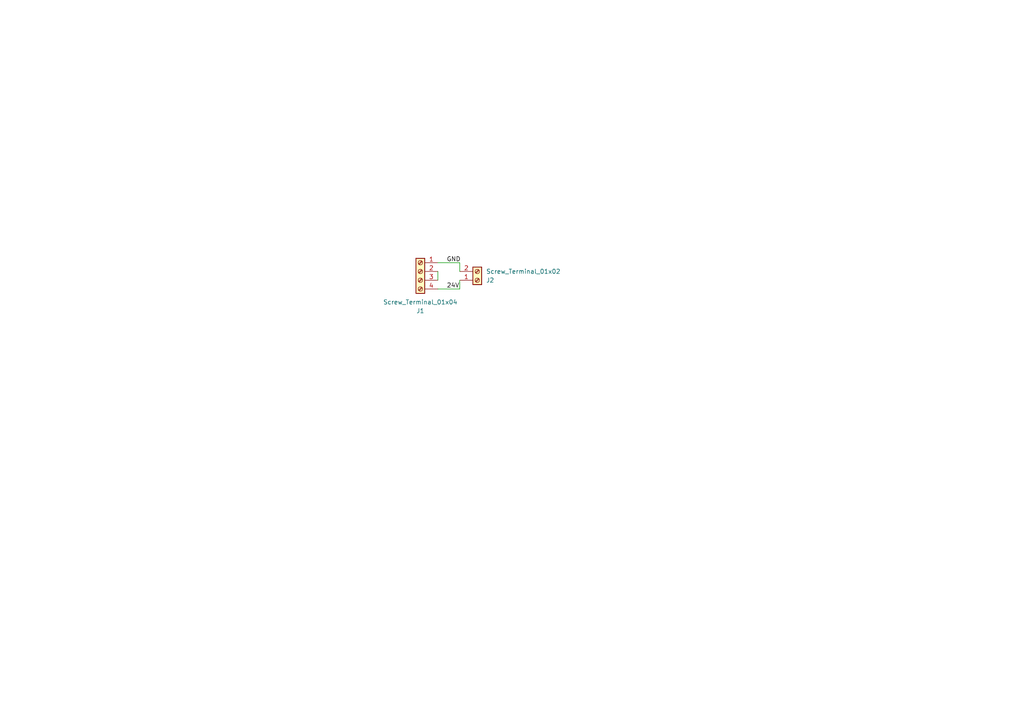
<source format=kicad_sch>
(kicad_sch (version 20231120) (generator "eeschema") (generator_version "8.0")
  (paper "A4")
  (lib_symbols
    (symbol "Connector:Screw_Terminal_01x02" (pin_names (offset 1.016) hide)
      (property "Reference" "J" (at 0 2.54 0))
      (property "Value" "Screw_Terminal_01x02" (at 0 -5.08 0))
      (symbol "Screw_Terminal_01x02_1_1"
        (rectangle (start -1.27 1.27) (end 1.27 -3.81) (stroke (width 0.254)) (fill (type background)))
        (circle (center 0 -2.54) (radius 0.635) (stroke (width 0.1524)))
        (polyline (pts (xy -0.5334 -2.2098) (xy 0.3302 -3.048)) (stroke (width 0.1524)))
        (polyline (pts (xy -0.5334 0.3302) (xy 0.3302 -0.508)) (stroke (width 0.1524)))
        (polyline (pts (xy -0.3556 -2.032) (xy 0.508 -2.8702)) (stroke (width 0.1524)))
        (polyline (pts (xy -0.3556 0.508) (xy 0.508 -0.3302)) (stroke (width 0.1524)))
        (circle (center 0 0) (radius 0.635) (stroke (width 0.1524)))
        (pin passive line (at -5.08 0 0) (length 3.81) (name "Pin_1") (number "1"))
        (pin passive line (at -5.08 -2.54 0) (length 3.81) (name "Pin_2") (number "2"))
      )
    )
    (symbol "Connector:Screw_Terminal_01x04" (pin_names (offset 1.016) hide)
      (property "Reference" "J" (at 0 5.08 0))
      (property "Value" "Screw_Terminal_01x04" (at 0 -7.62 0))
      (symbol "Screw_Terminal_01x04_1_1"
        (rectangle (start -1.27 3.81) (end 1.27 -6.35) (stroke (width 0.254)) (fill (type background)))
        (circle (center 0 -5.08) (radius 0.635) (stroke (width 0.1524)))
        (circle (center 0 -2.54) (radius 0.635) (stroke (width 0.1524)))
        (polyline (pts (xy -0.5334 -4.7498) (xy 0.3302 -5.588)) (stroke (width 0.1524)))
        (polyline (pts (xy -0.5334 -2.2098) (xy 0.3302 -3.048)) (stroke (width 0.1524)))
        (polyline (pts (xy -0.5334 0.3302) (xy 0.3302 -0.508)) (stroke (width 0.1524)))
        (polyline (pts (xy -0.5334 2.8702) (xy 0.3302 2.032)) (stroke (width 0.1524)))
        (polyline (pts (xy -0.3556 -4.572) (xy 0.508 -5.4102)) (stroke (width 0.1524)))
        (polyline (pts (xy -0.3556 -2.032) (xy 0.508 -2.8702)) (stroke (width 0.1524)))
        (polyline (pts (xy -0.3556 0.508) (xy 0.508 -0.3302)) (stroke (width 0.1524)))
        (polyline (pts (xy -0.3556 3.048) (xy 0.508 2.2098)) (stroke (width 0.1524)))
        (circle (center 0 0) (radius 0.635) (stroke (width 0.1524)))
        (circle (center 0 2.54) (radius 0.635) (stroke (width 0.1524)))
        (pin passive line (at -5.08 2.54 0) (length 3.81) (name "Pin_1") (number "1"))
        (pin passive line (at -5.08 0 0) (length 3.81) (name "Pin_2") (number "2"))
        (pin passive line (at -5.08 -2.54 0) (length 3.81) (name "Pin_3") (number "3"))
        (pin passive line (at -5.08 -5.08 0) (length 3.81) (name "Pin_4") (number "4"))
      )
    )
  )
  (wire (pts (xy 127 83.82) (xy 133.35 83.82)))
  (wire (pts (xy 127 78.74) (xy 127 81.28)))
  (wire (pts (xy 133.35 81.28) (xy 133.35 83.82)))
  (wire (pts (xy 133.35 76.2) (xy 133.35 78.74)))
  (wire (pts (xy 127 76.2) (xy 133.35 76.2)))
  (label "GND" (at 129.54 76.2 0))
  (label "24V" (at 129.54 83.82 0))
  (symbol (lib_id "Connector:Screw_Terminal_01x02") (at 138.43 81.28 0) (mirror x) (unit 1)
    (property "Reference" "J2" (at 140.97 81.28 0) (effects (justify left)))
    (property "Value" "Screw_Terminal_01x02" (at 140.97 78.74 0) (effects (justify left)))
    (property "Footprint" "AusOcean:691137710002" (effects (hide yes)))
    (property "Description" "Generic screw terminal, single row, 01x02, script generated (kicad-library-utils/schlib/autogen/connector/)" (effects (hide yes)))
  )
  (symbol (lib_id "Connector:Screw_Terminal_01x04") (at 121.92 78.74 0) (mirror y) (unit 1)
    (property "Reference" "J1" (at 121.92 90.17 0))
    (property "Value" "Screw_Terminal_01x04" (at 121.92 87.63 0))
    (property "Footprint" "AusOcean:691137710004" (effects (hide yes)))
    (property "Description" "Generic screw terminal, single row, 01x04, script generated (kicad-library-utils/schlib/autogen/connector/)" (effects (hide yes)))
  )
)
</source>
